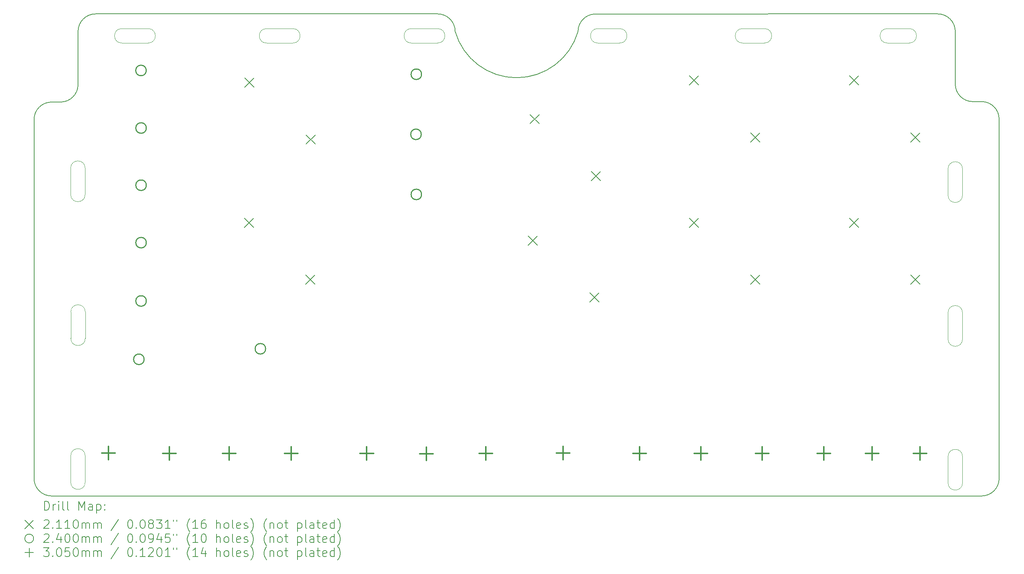
<source format=gbr>
%TF.GenerationSoftware,KiCad,Pcbnew,7.0.1-0*%
%TF.CreationDate,2023-10-01T21:07:36+01:00*%
%TF.ProjectId,12v-front-pcb,3132762d-6672-46f6-9e74-2d7063622e6b,rev?*%
%TF.SameCoordinates,Original*%
%TF.FileFunction,Drillmap*%
%TF.FilePolarity,Positive*%
%FSLAX45Y45*%
G04 Gerber Fmt 4.5, Leading zero omitted, Abs format (unit mm)*
G04 Created by KiCad (PCBNEW 7.0.1-0) date 2023-10-01 21:07:36*
%MOMM*%
%LPD*%
G01*
G04 APERTURE LIST*
%ADD10C,0.050000*%
%ADD11C,0.200000*%
%ADD12C,0.211000*%
%ADD13C,0.240000*%
%ADD14C,0.305000*%
G04 APERTURE END LIST*
D10*
X27365000Y-18003797D02*
G75*
G03*
X27035000Y-18003797I-165000J0D01*
G01*
X7037691Y-17985888D02*
X7037691Y-18585888D01*
D11*
X6200000Y-13595300D02*
X6200000Y-21784000D01*
D10*
X12100000Y-11849000D02*
G75*
G03*
X12100000Y-11519000I0J165000D01*
G01*
X19050000Y-11519000D02*
X19550000Y-11519000D01*
D11*
X19000000Y-11186000D02*
X26800000Y-11184000D01*
X27200000Y-11584000D02*
G75*
G03*
X26800000Y-11184000I-400000J0D01*
G01*
D10*
X7036297Y-21269184D02*
X7036297Y-21869184D01*
X27365000Y-18003797D02*
X27365000Y-18603797D01*
X19050000Y-11849000D02*
X19550000Y-11849000D01*
X11500000Y-11849000D02*
X12100000Y-11849000D01*
X27364767Y-14721795D02*
X27364767Y-15321795D01*
X8200000Y-11519000D02*
G75*
G03*
X8200000Y-11849000I0J-165000D01*
G01*
D11*
X6600000Y-13195300D02*
G75*
G03*
X6200000Y-13595300I0J-400000D01*
G01*
X6600000Y-13195300D02*
X6803440Y-13195300D01*
D10*
X27365000Y-21285000D02*
X27365000Y-21885000D01*
X8800000Y-11849000D02*
G75*
G03*
X8800000Y-11519000I0J165000D01*
G01*
D11*
X27200000Y-12785140D02*
G75*
G03*
X27600000Y-13185140I400000J0D01*
G01*
D10*
X22350000Y-11849000D02*
X22850000Y-11849000D01*
D11*
X28200000Y-13585140D02*
X28200000Y-21784000D01*
X19000000Y-11186000D02*
G75*
G03*
X18600000Y-11586000I0J-400000D01*
G01*
D10*
X8200000Y-11849000D02*
X8800000Y-11849000D01*
D11*
X27600000Y-13185140D02*
X27800000Y-13185140D01*
D10*
X7367691Y-17985888D02*
G75*
G03*
X7037691Y-17985888I-165000J0D01*
G01*
X7365000Y-14703961D02*
G75*
G03*
X7035000Y-14703961I-165000J0D01*
G01*
X22350000Y-11519000D02*
X22850000Y-11519000D01*
D11*
X27800000Y-22184000D02*
X6600000Y-22184000D01*
X7603440Y-11184000D02*
G75*
G03*
X7203440Y-11584000I0J-400000D01*
G01*
D10*
X11500000Y-11519000D02*
X12100000Y-11519000D01*
X26150000Y-11849000D02*
G75*
G03*
X26150000Y-11519000I0J165000D01*
G01*
X14800000Y-11519000D02*
X15400000Y-11519000D01*
X7036297Y-21869184D02*
G75*
G03*
X7366297Y-21869184I165000J0D01*
G01*
X27035000Y-21285000D02*
X27035000Y-21885000D01*
X7366297Y-21269184D02*
X7366297Y-21869184D01*
X27035000Y-18603797D02*
G75*
G03*
X27365000Y-18603797I165000J0D01*
G01*
X25650000Y-11849000D02*
X26150000Y-11849000D01*
D11*
X15799471Y-11584151D02*
G75*
G03*
X18600000Y-11586000I1400530J400935D01*
G01*
D10*
X7365000Y-14703961D02*
X7365000Y-15303961D01*
D11*
X7203440Y-12795300D02*
X7203440Y-11584000D01*
X6200000Y-21784000D02*
G75*
G03*
X6600000Y-22184000I400000J0D01*
G01*
D10*
X27365000Y-21285000D02*
G75*
G03*
X27035000Y-21285000I-165000J0D01*
G01*
X27364767Y-14721795D02*
G75*
G03*
X27034767Y-14721795I-165000J0D01*
G01*
X15400000Y-11849000D02*
G75*
G03*
X15400000Y-11519000I0J165000D01*
G01*
X19550000Y-11849000D02*
G75*
G03*
X19550000Y-11519000I0J165000D01*
G01*
X7035000Y-14703961D02*
X7035000Y-15303961D01*
X8200000Y-11519000D02*
X8800000Y-11519000D01*
X27034767Y-15321795D02*
G75*
G03*
X27364767Y-15321795I165000J0D01*
G01*
D11*
X6803440Y-13195300D02*
G75*
G03*
X7203440Y-12795300I0J400000D01*
G01*
D10*
X14800000Y-11849000D02*
X15400000Y-11849000D01*
D11*
X27800000Y-22184000D02*
G75*
G03*
X28200000Y-21784000I0J400000D01*
G01*
X15400000Y-11184000D02*
X7603440Y-11184000D01*
D10*
X27034767Y-14721795D02*
X27034767Y-15321795D01*
D11*
X27200000Y-11584000D02*
X27200000Y-12785140D01*
D10*
X27035000Y-18003797D02*
X27035000Y-18603797D01*
X22350000Y-11519000D02*
G75*
G03*
X22350000Y-11849000I0J-165000D01*
G01*
X22850000Y-11849000D02*
G75*
G03*
X22850000Y-11519000I0J165000D01*
G01*
D11*
X28200000Y-13585140D02*
G75*
G03*
X27800000Y-13185140I-400000J0D01*
G01*
D10*
X7037691Y-18585888D02*
G75*
G03*
X7367691Y-18585888I165000J0D01*
G01*
X27035000Y-21885000D02*
G75*
G03*
X27365000Y-21885000I165000J0D01*
G01*
X25650000Y-11519000D02*
X26150000Y-11519000D01*
X7367691Y-17985888D02*
X7367691Y-18585888D01*
X7035000Y-15303961D02*
G75*
G03*
X7365000Y-15303961I165000J0D01*
G01*
X14800000Y-11519000D02*
G75*
G03*
X14800000Y-11849000I0J-165000D01*
G01*
X7366297Y-21269184D02*
G75*
G03*
X7036297Y-21269184I-165000J0D01*
G01*
X11500000Y-11519000D02*
G75*
G03*
X11500000Y-11849000I0J-165000D01*
G01*
X19050000Y-11519000D02*
G75*
G03*
X19050000Y-11849000I0J-165000D01*
G01*
D11*
X15800000Y-11584000D02*
G75*
G03*
X15400000Y-11184000I-400000J0D01*
G01*
D10*
X25650000Y-11519000D02*
G75*
G03*
X25650000Y-11849000I0J-165000D01*
G01*
D11*
D12*
X10994300Y-15844500D02*
X11205300Y-16055500D01*
X11205300Y-15844500D02*
X10994300Y-16055500D01*
X11004500Y-12644500D02*
X11215500Y-12855500D01*
X11215500Y-12644500D02*
X11004500Y-12855500D01*
X12393300Y-17144500D02*
X12604300Y-17355500D01*
X12604300Y-17144500D02*
X12393300Y-17355500D01*
X12403500Y-13944500D02*
X12614500Y-14155500D01*
X12614500Y-13944500D02*
X12403500Y-14155500D01*
X17466933Y-16248261D02*
X17677933Y-16459261D01*
X17677933Y-16248261D02*
X17466933Y-16459261D01*
X17504500Y-13479136D02*
X17715500Y-13690136D01*
X17715500Y-13479136D02*
X17504500Y-13690136D01*
X18865933Y-17548262D02*
X19076933Y-17759262D01*
X19076933Y-17548262D02*
X18865933Y-17759262D01*
X18903500Y-14779136D02*
X19114500Y-14990136D01*
X19114500Y-14779136D02*
X18903500Y-14990136D01*
X21135500Y-12594500D02*
X21346500Y-12805500D01*
X21346500Y-12594500D02*
X21135500Y-12805500D01*
X21135500Y-15844500D02*
X21346500Y-16055500D01*
X21346500Y-15844500D02*
X21135500Y-16055500D01*
X22534500Y-13894500D02*
X22745500Y-14105500D01*
X22745500Y-13894500D02*
X22534500Y-14105500D01*
X22534500Y-17144500D02*
X22745500Y-17355500D01*
X22745500Y-17144500D02*
X22534500Y-17355500D01*
X24785500Y-12594500D02*
X24996500Y-12805500D01*
X24996500Y-12594500D02*
X24785500Y-12805500D01*
X24785500Y-15844500D02*
X24996500Y-16055500D01*
X24996500Y-15844500D02*
X24785500Y-16055500D01*
X26184500Y-13894500D02*
X26395500Y-14105500D01*
X26395500Y-13894500D02*
X26184500Y-14105500D01*
X26184500Y-17144500D02*
X26395500Y-17355500D01*
X26395500Y-17144500D02*
X26184500Y-17355500D01*
D13*
X8710200Y-19065780D02*
G75*
G03*
X8710200Y-19065780I-120000J0D01*
G01*
X8758213Y-12474756D02*
G75*
G03*
X8758213Y-12474756I-120000J0D01*
G01*
X8760000Y-13787660D02*
G75*
G03*
X8760000Y-13787660I-120000J0D01*
G01*
X8760000Y-15093434D02*
G75*
G03*
X8760000Y-15093434I-120000J0D01*
G01*
X8760000Y-16403860D02*
G75*
G03*
X8760000Y-16403860I-120000J0D01*
G01*
X8760000Y-17734820D02*
G75*
G03*
X8760000Y-17734820I-120000J0D01*
G01*
X11480000Y-18825000D02*
G75*
G03*
X11480000Y-18825000I-120000J0D01*
G01*
X15026820Y-13932440D02*
G75*
G03*
X15026820Y-13932440I-120000J0D01*
G01*
X15034440Y-12560840D02*
G75*
G03*
X15034440Y-12560840I-120000J0D01*
G01*
X15034440Y-15303360D02*
G75*
G03*
X15034440Y-15303360I-120000J0D01*
G01*
D14*
X7900000Y-21054980D02*
X7900000Y-21359980D01*
X7747500Y-21207480D02*
X8052500Y-21207480D01*
X9285000Y-21062600D02*
X9285000Y-21367600D01*
X9132500Y-21215100D02*
X9437500Y-21215100D01*
X10645764Y-21057500D02*
X10645764Y-21362500D01*
X10493264Y-21210000D02*
X10798264Y-21210000D01*
X12062917Y-21061460D02*
X12062917Y-21366460D01*
X11910417Y-21213960D02*
X12215417Y-21213960D01*
X13785000Y-21058597D02*
X13785000Y-21363597D01*
X13632500Y-21211097D02*
X13937500Y-21211097D01*
X15140189Y-21066917D02*
X15140189Y-21371917D01*
X14987689Y-21219417D02*
X15292689Y-21219417D01*
X16500000Y-21057500D02*
X16500000Y-21362500D01*
X16347500Y-21210000D02*
X16652500Y-21210000D01*
X18255741Y-21049204D02*
X18255741Y-21354204D01*
X18103241Y-21201704D02*
X18408241Y-21201704D01*
X20000000Y-21057500D02*
X20000000Y-21362500D01*
X19847500Y-21210000D02*
X20152500Y-21210000D01*
X21400000Y-21057500D02*
X21400000Y-21362500D01*
X21247500Y-21210000D02*
X21552500Y-21210000D01*
X22800000Y-21057500D02*
X22800000Y-21362500D01*
X22647500Y-21210000D02*
X22952500Y-21210000D01*
X24200000Y-21057500D02*
X24200000Y-21362500D01*
X24047500Y-21210000D02*
X24352500Y-21210000D01*
X25300000Y-21057500D02*
X25300000Y-21362500D01*
X25147500Y-21210000D02*
X25452500Y-21210000D01*
X26400000Y-21057500D02*
X26400000Y-21362500D01*
X26247500Y-21210000D02*
X26552500Y-21210000D01*
D11*
X6437619Y-22506524D02*
X6437619Y-22306524D01*
X6437619Y-22306524D02*
X6485238Y-22306524D01*
X6485238Y-22306524D02*
X6513809Y-22316048D01*
X6513809Y-22316048D02*
X6532857Y-22335095D01*
X6532857Y-22335095D02*
X6542381Y-22354143D01*
X6542381Y-22354143D02*
X6551905Y-22392238D01*
X6551905Y-22392238D02*
X6551905Y-22420809D01*
X6551905Y-22420809D02*
X6542381Y-22458905D01*
X6542381Y-22458905D02*
X6532857Y-22477952D01*
X6532857Y-22477952D02*
X6513809Y-22497000D01*
X6513809Y-22497000D02*
X6485238Y-22506524D01*
X6485238Y-22506524D02*
X6437619Y-22506524D01*
X6637619Y-22506524D02*
X6637619Y-22373190D01*
X6637619Y-22411286D02*
X6647143Y-22392238D01*
X6647143Y-22392238D02*
X6656667Y-22382714D01*
X6656667Y-22382714D02*
X6675714Y-22373190D01*
X6675714Y-22373190D02*
X6694762Y-22373190D01*
X6761428Y-22506524D02*
X6761428Y-22373190D01*
X6761428Y-22306524D02*
X6751905Y-22316048D01*
X6751905Y-22316048D02*
X6761428Y-22325571D01*
X6761428Y-22325571D02*
X6770952Y-22316048D01*
X6770952Y-22316048D02*
X6761428Y-22306524D01*
X6761428Y-22306524D02*
X6761428Y-22325571D01*
X6885238Y-22506524D02*
X6866190Y-22497000D01*
X6866190Y-22497000D02*
X6856667Y-22477952D01*
X6856667Y-22477952D02*
X6856667Y-22306524D01*
X6990000Y-22506524D02*
X6970952Y-22497000D01*
X6970952Y-22497000D02*
X6961428Y-22477952D01*
X6961428Y-22477952D02*
X6961428Y-22306524D01*
X7218571Y-22506524D02*
X7218571Y-22306524D01*
X7218571Y-22306524D02*
X7285238Y-22449381D01*
X7285238Y-22449381D02*
X7351905Y-22306524D01*
X7351905Y-22306524D02*
X7351905Y-22506524D01*
X7532857Y-22506524D02*
X7532857Y-22401762D01*
X7532857Y-22401762D02*
X7523333Y-22382714D01*
X7523333Y-22382714D02*
X7504286Y-22373190D01*
X7504286Y-22373190D02*
X7466190Y-22373190D01*
X7466190Y-22373190D02*
X7447143Y-22382714D01*
X7532857Y-22497000D02*
X7513809Y-22506524D01*
X7513809Y-22506524D02*
X7466190Y-22506524D01*
X7466190Y-22506524D02*
X7447143Y-22497000D01*
X7447143Y-22497000D02*
X7437619Y-22477952D01*
X7437619Y-22477952D02*
X7437619Y-22458905D01*
X7437619Y-22458905D02*
X7447143Y-22439857D01*
X7447143Y-22439857D02*
X7466190Y-22430333D01*
X7466190Y-22430333D02*
X7513809Y-22430333D01*
X7513809Y-22430333D02*
X7532857Y-22420809D01*
X7628095Y-22373190D02*
X7628095Y-22573190D01*
X7628095Y-22382714D02*
X7647143Y-22373190D01*
X7647143Y-22373190D02*
X7685238Y-22373190D01*
X7685238Y-22373190D02*
X7704286Y-22382714D01*
X7704286Y-22382714D02*
X7713809Y-22392238D01*
X7713809Y-22392238D02*
X7723333Y-22411286D01*
X7723333Y-22411286D02*
X7723333Y-22468428D01*
X7723333Y-22468428D02*
X7713809Y-22487476D01*
X7713809Y-22487476D02*
X7704286Y-22497000D01*
X7704286Y-22497000D02*
X7685238Y-22506524D01*
X7685238Y-22506524D02*
X7647143Y-22506524D01*
X7647143Y-22506524D02*
X7628095Y-22497000D01*
X7809048Y-22487476D02*
X7818571Y-22497000D01*
X7818571Y-22497000D02*
X7809048Y-22506524D01*
X7809048Y-22506524D02*
X7799524Y-22497000D01*
X7799524Y-22497000D02*
X7809048Y-22487476D01*
X7809048Y-22487476D02*
X7809048Y-22506524D01*
X7809048Y-22382714D02*
X7818571Y-22392238D01*
X7818571Y-22392238D02*
X7809048Y-22401762D01*
X7809048Y-22401762D02*
X7799524Y-22392238D01*
X7799524Y-22392238D02*
X7809048Y-22382714D01*
X7809048Y-22382714D02*
X7809048Y-22401762D01*
X5990000Y-22734000D02*
X6190000Y-22934000D01*
X6190000Y-22734000D02*
X5990000Y-22934000D01*
X6428095Y-22745571D02*
X6437619Y-22736048D01*
X6437619Y-22736048D02*
X6456667Y-22726524D01*
X6456667Y-22726524D02*
X6504286Y-22726524D01*
X6504286Y-22726524D02*
X6523333Y-22736048D01*
X6523333Y-22736048D02*
X6532857Y-22745571D01*
X6532857Y-22745571D02*
X6542381Y-22764619D01*
X6542381Y-22764619D02*
X6542381Y-22783667D01*
X6542381Y-22783667D02*
X6532857Y-22812238D01*
X6532857Y-22812238D02*
X6418571Y-22926524D01*
X6418571Y-22926524D02*
X6542381Y-22926524D01*
X6628095Y-22907476D02*
X6637619Y-22917000D01*
X6637619Y-22917000D02*
X6628095Y-22926524D01*
X6628095Y-22926524D02*
X6618571Y-22917000D01*
X6618571Y-22917000D02*
X6628095Y-22907476D01*
X6628095Y-22907476D02*
X6628095Y-22926524D01*
X6828095Y-22926524D02*
X6713809Y-22926524D01*
X6770952Y-22926524D02*
X6770952Y-22726524D01*
X6770952Y-22726524D02*
X6751905Y-22755095D01*
X6751905Y-22755095D02*
X6732857Y-22774143D01*
X6732857Y-22774143D02*
X6713809Y-22783667D01*
X7018571Y-22926524D02*
X6904286Y-22926524D01*
X6961428Y-22926524D02*
X6961428Y-22726524D01*
X6961428Y-22726524D02*
X6942381Y-22755095D01*
X6942381Y-22755095D02*
X6923333Y-22774143D01*
X6923333Y-22774143D02*
X6904286Y-22783667D01*
X7142381Y-22726524D02*
X7161429Y-22726524D01*
X7161429Y-22726524D02*
X7180476Y-22736048D01*
X7180476Y-22736048D02*
X7190000Y-22745571D01*
X7190000Y-22745571D02*
X7199524Y-22764619D01*
X7199524Y-22764619D02*
X7209048Y-22802714D01*
X7209048Y-22802714D02*
X7209048Y-22850333D01*
X7209048Y-22850333D02*
X7199524Y-22888428D01*
X7199524Y-22888428D02*
X7190000Y-22907476D01*
X7190000Y-22907476D02*
X7180476Y-22917000D01*
X7180476Y-22917000D02*
X7161429Y-22926524D01*
X7161429Y-22926524D02*
X7142381Y-22926524D01*
X7142381Y-22926524D02*
X7123333Y-22917000D01*
X7123333Y-22917000D02*
X7113809Y-22907476D01*
X7113809Y-22907476D02*
X7104286Y-22888428D01*
X7104286Y-22888428D02*
X7094762Y-22850333D01*
X7094762Y-22850333D02*
X7094762Y-22802714D01*
X7094762Y-22802714D02*
X7104286Y-22764619D01*
X7104286Y-22764619D02*
X7113809Y-22745571D01*
X7113809Y-22745571D02*
X7123333Y-22736048D01*
X7123333Y-22736048D02*
X7142381Y-22726524D01*
X7294762Y-22926524D02*
X7294762Y-22793190D01*
X7294762Y-22812238D02*
X7304286Y-22802714D01*
X7304286Y-22802714D02*
X7323333Y-22793190D01*
X7323333Y-22793190D02*
X7351905Y-22793190D01*
X7351905Y-22793190D02*
X7370952Y-22802714D01*
X7370952Y-22802714D02*
X7380476Y-22821762D01*
X7380476Y-22821762D02*
X7380476Y-22926524D01*
X7380476Y-22821762D02*
X7390000Y-22802714D01*
X7390000Y-22802714D02*
X7409048Y-22793190D01*
X7409048Y-22793190D02*
X7437619Y-22793190D01*
X7437619Y-22793190D02*
X7456667Y-22802714D01*
X7456667Y-22802714D02*
X7466190Y-22821762D01*
X7466190Y-22821762D02*
X7466190Y-22926524D01*
X7561429Y-22926524D02*
X7561429Y-22793190D01*
X7561429Y-22812238D02*
X7570952Y-22802714D01*
X7570952Y-22802714D02*
X7590000Y-22793190D01*
X7590000Y-22793190D02*
X7618571Y-22793190D01*
X7618571Y-22793190D02*
X7637619Y-22802714D01*
X7637619Y-22802714D02*
X7647143Y-22821762D01*
X7647143Y-22821762D02*
X7647143Y-22926524D01*
X7647143Y-22821762D02*
X7656667Y-22802714D01*
X7656667Y-22802714D02*
X7675714Y-22793190D01*
X7675714Y-22793190D02*
X7704286Y-22793190D01*
X7704286Y-22793190D02*
X7723333Y-22802714D01*
X7723333Y-22802714D02*
X7732857Y-22821762D01*
X7732857Y-22821762D02*
X7732857Y-22926524D01*
X8123333Y-22717000D02*
X7951905Y-22974143D01*
X8380476Y-22726524D02*
X8399524Y-22726524D01*
X8399524Y-22726524D02*
X8418572Y-22736048D01*
X8418572Y-22736048D02*
X8428095Y-22745571D01*
X8428095Y-22745571D02*
X8437619Y-22764619D01*
X8437619Y-22764619D02*
X8447143Y-22802714D01*
X8447143Y-22802714D02*
X8447143Y-22850333D01*
X8447143Y-22850333D02*
X8437619Y-22888428D01*
X8437619Y-22888428D02*
X8428095Y-22907476D01*
X8428095Y-22907476D02*
X8418572Y-22917000D01*
X8418572Y-22917000D02*
X8399524Y-22926524D01*
X8399524Y-22926524D02*
X8380476Y-22926524D01*
X8380476Y-22926524D02*
X8361429Y-22917000D01*
X8361429Y-22917000D02*
X8351905Y-22907476D01*
X8351905Y-22907476D02*
X8342381Y-22888428D01*
X8342381Y-22888428D02*
X8332857Y-22850333D01*
X8332857Y-22850333D02*
X8332857Y-22802714D01*
X8332857Y-22802714D02*
X8342381Y-22764619D01*
X8342381Y-22764619D02*
X8351905Y-22745571D01*
X8351905Y-22745571D02*
X8361429Y-22736048D01*
X8361429Y-22736048D02*
X8380476Y-22726524D01*
X8532857Y-22907476D02*
X8542381Y-22917000D01*
X8542381Y-22917000D02*
X8532857Y-22926524D01*
X8532857Y-22926524D02*
X8523334Y-22917000D01*
X8523334Y-22917000D02*
X8532857Y-22907476D01*
X8532857Y-22907476D02*
X8532857Y-22926524D01*
X8666191Y-22726524D02*
X8685238Y-22726524D01*
X8685238Y-22726524D02*
X8704286Y-22736048D01*
X8704286Y-22736048D02*
X8713810Y-22745571D01*
X8713810Y-22745571D02*
X8723334Y-22764619D01*
X8723334Y-22764619D02*
X8732857Y-22802714D01*
X8732857Y-22802714D02*
X8732857Y-22850333D01*
X8732857Y-22850333D02*
X8723334Y-22888428D01*
X8723334Y-22888428D02*
X8713810Y-22907476D01*
X8713810Y-22907476D02*
X8704286Y-22917000D01*
X8704286Y-22917000D02*
X8685238Y-22926524D01*
X8685238Y-22926524D02*
X8666191Y-22926524D01*
X8666191Y-22926524D02*
X8647143Y-22917000D01*
X8647143Y-22917000D02*
X8637619Y-22907476D01*
X8637619Y-22907476D02*
X8628095Y-22888428D01*
X8628095Y-22888428D02*
X8618572Y-22850333D01*
X8618572Y-22850333D02*
X8618572Y-22802714D01*
X8618572Y-22802714D02*
X8628095Y-22764619D01*
X8628095Y-22764619D02*
X8637619Y-22745571D01*
X8637619Y-22745571D02*
X8647143Y-22736048D01*
X8647143Y-22736048D02*
X8666191Y-22726524D01*
X8847143Y-22812238D02*
X8828095Y-22802714D01*
X8828095Y-22802714D02*
X8818572Y-22793190D01*
X8818572Y-22793190D02*
X8809048Y-22774143D01*
X8809048Y-22774143D02*
X8809048Y-22764619D01*
X8809048Y-22764619D02*
X8818572Y-22745571D01*
X8818572Y-22745571D02*
X8828095Y-22736048D01*
X8828095Y-22736048D02*
X8847143Y-22726524D01*
X8847143Y-22726524D02*
X8885238Y-22726524D01*
X8885238Y-22726524D02*
X8904286Y-22736048D01*
X8904286Y-22736048D02*
X8913810Y-22745571D01*
X8913810Y-22745571D02*
X8923334Y-22764619D01*
X8923334Y-22764619D02*
X8923334Y-22774143D01*
X8923334Y-22774143D02*
X8913810Y-22793190D01*
X8913810Y-22793190D02*
X8904286Y-22802714D01*
X8904286Y-22802714D02*
X8885238Y-22812238D01*
X8885238Y-22812238D02*
X8847143Y-22812238D01*
X8847143Y-22812238D02*
X8828095Y-22821762D01*
X8828095Y-22821762D02*
X8818572Y-22831286D01*
X8818572Y-22831286D02*
X8809048Y-22850333D01*
X8809048Y-22850333D02*
X8809048Y-22888428D01*
X8809048Y-22888428D02*
X8818572Y-22907476D01*
X8818572Y-22907476D02*
X8828095Y-22917000D01*
X8828095Y-22917000D02*
X8847143Y-22926524D01*
X8847143Y-22926524D02*
X8885238Y-22926524D01*
X8885238Y-22926524D02*
X8904286Y-22917000D01*
X8904286Y-22917000D02*
X8913810Y-22907476D01*
X8913810Y-22907476D02*
X8923334Y-22888428D01*
X8923334Y-22888428D02*
X8923334Y-22850333D01*
X8923334Y-22850333D02*
X8913810Y-22831286D01*
X8913810Y-22831286D02*
X8904286Y-22821762D01*
X8904286Y-22821762D02*
X8885238Y-22812238D01*
X8990000Y-22726524D02*
X9113810Y-22726524D01*
X9113810Y-22726524D02*
X9047143Y-22802714D01*
X9047143Y-22802714D02*
X9075715Y-22802714D01*
X9075715Y-22802714D02*
X9094762Y-22812238D01*
X9094762Y-22812238D02*
X9104286Y-22821762D01*
X9104286Y-22821762D02*
X9113810Y-22840809D01*
X9113810Y-22840809D02*
X9113810Y-22888428D01*
X9113810Y-22888428D02*
X9104286Y-22907476D01*
X9104286Y-22907476D02*
X9094762Y-22917000D01*
X9094762Y-22917000D02*
X9075715Y-22926524D01*
X9075715Y-22926524D02*
X9018572Y-22926524D01*
X9018572Y-22926524D02*
X8999524Y-22917000D01*
X8999524Y-22917000D02*
X8990000Y-22907476D01*
X9304286Y-22926524D02*
X9190000Y-22926524D01*
X9247143Y-22926524D02*
X9247143Y-22726524D01*
X9247143Y-22726524D02*
X9228095Y-22755095D01*
X9228095Y-22755095D02*
X9209048Y-22774143D01*
X9209048Y-22774143D02*
X9190000Y-22783667D01*
X9380476Y-22726524D02*
X9380476Y-22764619D01*
X9456667Y-22726524D02*
X9456667Y-22764619D01*
X9751905Y-23002714D02*
X9742381Y-22993190D01*
X9742381Y-22993190D02*
X9723334Y-22964619D01*
X9723334Y-22964619D02*
X9713810Y-22945571D01*
X9713810Y-22945571D02*
X9704286Y-22917000D01*
X9704286Y-22917000D02*
X9694762Y-22869381D01*
X9694762Y-22869381D02*
X9694762Y-22831286D01*
X9694762Y-22831286D02*
X9704286Y-22783667D01*
X9704286Y-22783667D02*
X9713810Y-22755095D01*
X9713810Y-22755095D02*
X9723334Y-22736048D01*
X9723334Y-22736048D02*
X9742381Y-22707476D01*
X9742381Y-22707476D02*
X9751905Y-22697952D01*
X9932857Y-22926524D02*
X9818572Y-22926524D01*
X9875715Y-22926524D02*
X9875715Y-22726524D01*
X9875715Y-22726524D02*
X9856667Y-22755095D01*
X9856667Y-22755095D02*
X9837619Y-22774143D01*
X9837619Y-22774143D02*
X9818572Y-22783667D01*
X10104286Y-22726524D02*
X10066191Y-22726524D01*
X10066191Y-22726524D02*
X10047143Y-22736048D01*
X10047143Y-22736048D02*
X10037619Y-22745571D01*
X10037619Y-22745571D02*
X10018572Y-22774143D01*
X10018572Y-22774143D02*
X10009048Y-22812238D01*
X10009048Y-22812238D02*
X10009048Y-22888428D01*
X10009048Y-22888428D02*
X10018572Y-22907476D01*
X10018572Y-22907476D02*
X10028096Y-22917000D01*
X10028096Y-22917000D02*
X10047143Y-22926524D01*
X10047143Y-22926524D02*
X10085238Y-22926524D01*
X10085238Y-22926524D02*
X10104286Y-22917000D01*
X10104286Y-22917000D02*
X10113810Y-22907476D01*
X10113810Y-22907476D02*
X10123334Y-22888428D01*
X10123334Y-22888428D02*
X10123334Y-22840809D01*
X10123334Y-22840809D02*
X10113810Y-22821762D01*
X10113810Y-22821762D02*
X10104286Y-22812238D01*
X10104286Y-22812238D02*
X10085238Y-22802714D01*
X10085238Y-22802714D02*
X10047143Y-22802714D01*
X10047143Y-22802714D02*
X10028096Y-22812238D01*
X10028096Y-22812238D02*
X10018572Y-22821762D01*
X10018572Y-22821762D02*
X10009048Y-22840809D01*
X10361429Y-22926524D02*
X10361429Y-22726524D01*
X10447143Y-22926524D02*
X10447143Y-22821762D01*
X10447143Y-22821762D02*
X10437619Y-22802714D01*
X10437619Y-22802714D02*
X10418572Y-22793190D01*
X10418572Y-22793190D02*
X10390000Y-22793190D01*
X10390000Y-22793190D02*
X10370953Y-22802714D01*
X10370953Y-22802714D02*
X10361429Y-22812238D01*
X10570953Y-22926524D02*
X10551905Y-22917000D01*
X10551905Y-22917000D02*
X10542381Y-22907476D01*
X10542381Y-22907476D02*
X10532858Y-22888428D01*
X10532858Y-22888428D02*
X10532858Y-22831286D01*
X10532858Y-22831286D02*
X10542381Y-22812238D01*
X10542381Y-22812238D02*
X10551905Y-22802714D01*
X10551905Y-22802714D02*
X10570953Y-22793190D01*
X10570953Y-22793190D02*
X10599524Y-22793190D01*
X10599524Y-22793190D02*
X10618572Y-22802714D01*
X10618572Y-22802714D02*
X10628096Y-22812238D01*
X10628096Y-22812238D02*
X10637619Y-22831286D01*
X10637619Y-22831286D02*
X10637619Y-22888428D01*
X10637619Y-22888428D02*
X10628096Y-22907476D01*
X10628096Y-22907476D02*
X10618572Y-22917000D01*
X10618572Y-22917000D02*
X10599524Y-22926524D01*
X10599524Y-22926524D02*
X10570953Y-22926524D01*
X10751905Y-22926524D02*
X10732858Y-22917000D01*
X10732858Y-22917000D02*
X10723334Y-22897952D01*
X10723334Y-22897952D02*
X10723334Y-22726524D01*
X10904286Y-22917000D02*
X10885239Y-22926524D01*
X10885239Y-22926524D02*
X10847143Y-22926524D01*
X10847143Y-22926524D02*
X10828096Y-22917000D01*
X10828096Y-22917000D02*
X10818572Y-22897952D01*
X10818572Y-22897952D02*
X10818572Y-22821762D01*
X10818572Y-22821762D02*
X10828096Y-22802714D01*
X10828096Y-22802714D02*
X10847143Y-22793190D01*
X10847143Y-22793190D02*
X10885239Y-22793190D01*
X10885239Y-22793190D02*
X10904286Y-22802714D01*
X10904286Y-22802714D02*
X10913810Y-22821762D01*
X10913810Y-22821762D02*
X10913810Y-22840809D01*
X10913810Y-22840809D02*
X10818572Y-22859857D01*
X10990000Y-22917000D02*
X11009048Y-22926524D01*
X11009048Y-22926524D02*
X11047143Y-22926524D01*
X11047143Y-22926524D02*
X11066191Y-22917000D01*
X11066191Y-22917000D02*
X11075715Y-22897952D01*
X11075715Y-22897952D02*
X11075715Y-22888428D01*
X11075715Y-22888428D02*
X11066191Y-22869381D01*
X11066191Y-22869381D02*
X11047143Y-22859857D01*
X11047143Y-22859857D02*
X11018572Y-22859857D01*
X11018572Y-22859857D02*
X10999524Y-22850333D01*
X10999524Y-22850333D02*
X10990000Y-22831286D01*
X10990000Y-22831286D02*
X10990000Y-22821762D01*
X10990000Y-22821762D02*
X10999524Y-22802714D01*
X10999524Y-22802714D02*
X11018572Y-22793190D01*
X11018572Y-22793190D02*
X11047143Y-22793190D01*
X11047143Y-22793190D02*
X11066191Y-22802714D01*
X11142381Y-23002714D02*
X11151905Y-22993190D01*
X11151905Y-22993190D02*
X11170953Y-22964619D01*
X11170953Y-22964619D02*
X11180477Y-22945571D01*
X11180477Y-22945571D02*
X11190000Y-22917000D01*
X11190000Y-22917000D02*
X11199524Y-22869381D01*
X11199524Y-22869381D02*
X11199524Y-22831286D01*
X11199524Y-22831286D02*
X11190000Y-22783667D01*
X11190000Y-22783667D02*
X11180477Y-22755095D01*
X11180477Y-22755095D02*
X11170953Y-22736048D01*
X11170953Y-22736048D02*
X11151905Y-22707476D01*
X11151905Y-22707476D02*
X11142381Y-22697952D01*
X11504286Y-23002714D02*
X11494762Y-22993190D01*
X11494762Y-22993190D02*
X11475715Y-22964619D01*
X11475715Y-22964619D02*
X11466191Y-22945571D01*
X11466191Y-22945571D02*
X11456667Y-22917000D01*
X11456667Y-22917000D02*
X11447143Y-22869381D01*
X11447143Y-22869381D02*
X11447143Y-22831286D01*
X11447143Y-22831286D02*
X11456667Y-22783667D01*
X11456667Y-22783667D02*
X11466191Y-22755095D01*
X11466191Y-22755095D02*
X11475715Y-22736048D01*
X11475715Y-22736048D02*
X11494762Y-22707476D01*
X11494762Y-22707476D02*
X11504286Y-22697952D01*
X11580477Y-22793190D02*
X11580477Y-22926524D01*
X11580477Y-22812238D02*
X11590000Y-22802714D01*
X11590000Y-22802714D02*
X11609048Y-22793190D01*
X11609048Y-22793190D02*
X11637619Y-22793190D01*
X11637619Y-22793190D02*
X11656667Y-22802714D01*
X11656667Y-22802714D02*
X11666191Y-22821762D01*
X11666191Y-22821762D02*
X11666191Y-22926524D01*
X11790000Y-22926524D02*
X11770953Y-22917000D01*
X11770953Y-22917000D02*
X11761429Y-22907476D01*
X11761429Y-22907476D02*
X11751905Y-22888428D01*
X11751905Y-22888428D02*
X11751905Y-22831286D01*
X11751905Y-22831286D02*
X11761429Y-22812238D01*
X11761429Y-22812238D02*
X11770953Y-22802714D01*
X11770953Y-22802714D02*
X11790000Y-22793190D01*
X11790000Y-22793190D02*
X11818572Y-22793190D01*
X11818572Y-22793190D02*
X11837619Y-22802714D01*
X11837619Y-22802714D02*
X11847143Y-22812238D01*
X11847143Y-22812238D02*
X11856667Y-22831286D01*
X11856667Y-22831286D02*
X11856667Y-22888428D01*
X11856667Y-22888428D02*
X11847143Y-22907476D01*
X11847143Y-22907476D02*
X11837619Y-22917000D01*
X11837619Y-22917000D02*
X11818572Y-22926524D01*
X11818572Y-22926524D02*
X11790000Y-22926524D01*
X11913810Y-22793190D02*
X11990000Y-22793190D01*
X11942381Y-22726524D02*
X11942381Y-22897952D01*
X11942381Y-22897952D02*
X11951905Y-22917000D01*
X11951905Y-22917000D02*
X11970953Y-22926524D01*
X11970953Y-22926524D02*
X11990000Y-22926524D01*
X12209048Y-22793190D02*
X12209048Y-22993190D01*
X12209048Y-22802714D02*
X12228096Y-22793190D01*
X12228096Y-22793190D02*
X12266191Y-22793190D01*
X12266191Y-22793190D02*
X12285239Y-22802714D01*
X12285239Y-22802714D02*
X12294762Y-22812238D01*
X12294762Y-22812238D02*
X12304286Y-22831286D01*
X12304286Y-22831286D02*
X12304286Y-22888428D01*
X12304286Y-22888428D02*
X12294762Y-22907476D01*
X12294762Y-22907476D02*
X12285239Y-22917000D01*
X12285239Y-22917000D02*
X12266191Y-22926524D01*
X12266191Y-22926524D02*
X12228096Y-22926524D01*
X12228096Y-22926524D02*
X12209048Y-22917000D01*
X12418572Y-22926524D02*
X12399524Y-22917000D01*
X12399524Y-22917000D02*
X12390000Y-22897952D01*
X12390000Y-22897952D02*
X12390000Y-22726524D01*
X12580477Y-22926524D02*
X12580477Y-22821762D01*
X12580477Y-22821762D02*
X12570953Y-22802714D01*
X12570953Y-22802714D02*
X12551905Y-22793190D01*
X12551905Y-22793190D02*
X12513810Y-22793190D01*
X12513810Y-22793190D02*
X12494762Y-22802714D01*
X12580477Y-22917000D02*
X12561429Y-22926524D01*
X12561429Y-22926524D02*
X12513810Y-22926524D01*
X12513810Y-22926524D02*
X12494762Y-22917000D01*
X12494762Y-22917000D02*
X12485239Y-22897952D01*
X12485239Y-22897952D02*
X12485239Y-22878905D01*
X12485239Y-22878905D02*
X12494762Y-22859857D01*
X12494762Y-22859857D02*
X12513810Y-22850333D01*
X12513810Y-22850333D02*
X12561429Y-22850333D01*
X12561429Y-22850333D02*
X12580477Y-22840809D01*
X12647143Y-22793190D02*
X12723334Y-22793190D01*
X12675715Y-22726524D02*
X12675715Y-22897952D01*
X12675715Y-22897952D02*
X12685239Y-22917000D01*
X12685239Y-22917000D02*
X12704286Y-22926524D01*
X12704286Y-22926524D02*
X12723334Y-22926524D01*
X12866191Y-22917000D02*
X12847143Y-22926524D01*
X12847143Y-22926524D02*
X12809048Y-22926524D01*
X12809048Y-22926524D02*
X12790000Y-22917000D01*
X12790000Y-22917000D02*
X12780477Y-22897952D01*
X12780477Y-22897952D02*
X12780477Y-22821762D01*
X12780477Y-22821762D02*
X12790000Y-22802714D01*
X12790000Y-22802714D02*
X12809048Y-22793190D01*
X12809048Y-22793190D02*
X12847143Y-22793190D01*
X12847143Y-22793190D02*
X12866191Y-22802714D01*
X12866191Y-22802714D02*
X12875715Y-22821762D01*
X12875715Y-22821762D02*
X12875715Y-22840809D01*
X12875715Y-22840809D02*
X12780477Y-22859857D01*
X13047143Y-22926524D02*
X13047143Y-22726524D01*
X13047143Y-22917000D02*
X13028096Y-22926524D01*
X13028096Y-22926524D02*
X12990000Y-22926524D01*
X12990000Y-22926524D02*
X12970953Y-22917000D01*
X12970953Y-22917000D02*
X12961429Y-22907476D01*
X12961429Y-22907476D02*
X12951905Y-22888428D01*
X12951905Y-22888428D02*
X12951905Y-22831286D01*
X12951905Y-22831286D02*
X12961429Y-22812238D01*
X12961429Y-22812238D02*
X12970953Y-22802714D01*
X12970953Y-22802714D02*
X12990000Y-22793190D01*
X12990000Y-22793190D02*
X13028096Y-22793190D01*
X13028096Y-22793190D02*
X13047143Y-22802714D01*
X13123334Y-23002714D02*
X13132858Y-22993190D01*
X13132858Y-22993190D02*
X13151905Y-22964619D01*
X13151905Y-22964619D02*
X13161429Y-22945571D01*
X13161429Y-22945571D02*
X13170953Y-22917000D01*
X13170953Y-22917000D02*
X13180477Y-22869381D01*
X13180477Y-22869381D02*
X13180477Y-22831286D01*
X13180477Y-22831286D02*
X13170953Y-22783667D01*
X13170953Y-22783667D02*
X13161429Y-22755095D01*
X13161429Y-22755095D02*
X13151905Y-22736048D01*
X13151905Y-22736048D02*
X13132858Y-22707476D01*
X13132858Y-22707476D02*
X13123334Y-22697952D01*
X6190000Y-23154000D02*
G75*
G03*
X6190000Y-23154000I-100000J0D01*
G01*
X6428095Y-23065571D02*
X6437619Y-23056048D01*
X6437619Y-23056048D02*
X6456667Y-23046524D01*
X6456667Y-23046524D02*
X6504286Y-23046524D01*
X6504286Y-23046524D02*
X6523333Y-23056048D01*
X6523333Y-23056048D02*
X6532857Y-23065571D01*
X6532857Y-23065571D02*
X6542381Y-23084619D01*
X6542381Y-23084619D02*
X6542381Y-23103667D01*
X6542381Y-23103667D02*
X6532857Y-23132238D01*
X6532857Y-23132238D02*
X6418571Y-23246524D01*
X6418571Y-23246524D02*
X6542381Y-23246524D01*
X6628095Y-23227476D02*
X6637619Y-23237000D01*
X6637619Y-23237000D02*
X6628095Y-23246524D01*
X6628095Y-23246524D02*
X6618571Y-23237000D01*
X6618571Y-23237000D02*
X6628095Y-23227476D01*
X6628095Y-23227476D02*
X6628095Y-23246524D01*
X6809048Y-23113190D02*
X6809048Y-23246524D01*
X6761428Y-23037000D02*
X6713809Y-23179857D01*
X6713809Y-23179857D02*
X6837619Y-23179857D01*
X6951905Y-23046524D02*
X6970952Y-23046524D01*
X6970952Y-23046524D02*
X6990000Y-23056048D01*
X6990000Y-23056048D02*
X6999524Y-23065571D01*
X6999524Y-23065571D02*
X7009048Y-23084619D01*
X7009048Y-23084619D02*
X7018571Y-23122714D01*
X7018571Y-23122714D02*
X7018571Y-23170333D01*
X7018571Y-23170333D02*
X7009048Y-23208428D01*
X7009048Y-23208428D02*
X6999524Y-23227476D01*
X6999524Y-23227476D02*
X6990000Y-23237000D01*
X6990000Y-23237000D02*
X6970952Y-23246524D01*
X6970952Y-23246524D02*
X6951905Y-23246524D01*
X6951905Y-23246524D02*
X6932857Y-23237000D01*
X6932857Y-23237000D02*
X6923333Y-23227476D01*
X6923333Y-23227476D02*
X6913809Y-23208428D01*
X6913809Y-23208428D02*
X6904286Y-23170333D01*
X6904286Y-23170333D02*
X6904286Y-23122714D01*
X6904286Y-23122714D02*
X6913809Y-23084619D01*
X6913809Y-23084619D02*
X6923333Y-23065571D01*
X6923333Y-23065571D02*
X6932857Y-23056048D01*
X6932857Y-23056048D02*
X6951905Y-23046524D01*
X7142381Y-23046524D02*
X7161429Y-23046524D01*
X7161429Y-23046524D02*
X7180476Y-23056048D01*
X7180476Y-23056048D02*
X7190000Y-23065571D01*
X7190000Y-23065571D02*
X7199524Y-23084619D01*
X7199524Y-23084619D02*
X7209048Y-23122714D01*
X7209048Y-23122714D02*
X7209048Y-23170333D01*
X7209048Y-23170333D02*
X7199524Y-23208428D01*
X7199524Y-23208428D02*
X7190000Y-23227476D01*
X7190000Y-23227476D02*
X7180476Y-23237000D01*
X7180476Y-23237000D02*
X7161429Y-23246524D01*
X7161429Y-23246524D02*
X7142381Y-23246524D01*
X7142381Y-23246524D02*
X7123333Y-23237000D01*
X7123333Y-23237000D02*
X7113809Y-23227476D01*
X7113809Y-23227476D02*
X7104286Y-23208428D01*
X7104286Y-23208428D02*
X7094762Y-23170333D01*
X7094762Y-23170333D02*
X7094762Y-23122714D01*
X7094762Y-23122714D02*
X7104286Y-23084619D01*
X7104286Y-23084619D02*
X7113809Y-23065571D01*
X7113809Y-23065571D02*
X7123333Y-23056048D01*
X7123333Y-23056048D02*
X7142381Y-23046524D01*
X7294762Y-23246524D02*
X7294762Y-23113190D01*
X7294762Y-23132238D02*
X7304286Y-23122714D01*
X7304286Y-23122714D02*
X7323333Y-23113190D01*
X7323333Y-23113190D02*
X7351905Y-23113190D01*
X7351905Y-23113190D02*
X7370952Y-23122714D01*
X7370952Y-23122714D02*
X7380476Y-23141762D01*
X7380476Y-23141762D02*
X7380476Y-23246524D01*
X7380476Y-23141762D02*
X7390000Y-23122714D01*
X7390000Y-23122714D02*
X7409048Y-23113190D01*
X7409048Y-23113190D02*
X7437619Y-23113190D01*
X7437619Y-23113190D02*
X7456667Y-23122714D01*
X7456667Y-23122714D02*
X7466190Y-23141762D01*
X7466190Y-23141762D02*
X7466190Y-23246524D01*
X7561429Y-23246524D02*
X7561429Y-23113190D01*
X7561429Y-23132238D02*
X7570952Y-23122714D01*
X7570952Y-23122714D02*
X7590000Y-23113190D01*
X7590000Y-23113190D02*
X7618571Y-23113190D01*
X7618571Y-23113190D02*
X7637619Y-23122714D01*
X7637619Y-23122714D02*
X7647143Y-23141762D01*
X7647143Y-23141762D02*
X7647143Y-23246524D01*
X7647143Y-23141762D02*
X7656667Y-23122714D01*
X7656667Y-23122714D02*
X7675714Y-23113190D01*
X7675714Y-23113190D02*
X7704286Y-23113190D01*
X7704286Y-23113190D02*
X7723333Y-23122714D01*
X7723333Y-23122714D02*
X7732857Y-23141762D01*
X7732857Y-23141762D02*
X7732857Y-23246524D01*
X8123333Y-23037000D02*
X7951905Y-23294143D01*
X8380476Y-23046524D02*
X8399524Y-23046524D01*
X8399524Y-23046524D02*
X8418572Y-23056048D01*
X8418572Y-23056048D02*
X8428095Y-23065571D01*
X8428095Y-23065571D02*
X8437619Y-23084619D01*
X8437619Y-23084619D02*
X8447143Y-23122714D01*
X8447143Y-23122714D02*
X8447143Y-23170333D01*
X8447143Y-23170333D02*
X8437619Y-23208428D01*
X8437619Y-23208428D02*
X8428095Y-23227476D01*
X8428095Y-23227476D02*
X8418572Y-23237000D01*
X8418572Y-23237000D02*
X8399524Y-23246524D01*
X8399524Y-23246524D02*
X8380476Y-23246524D01*
X8380476Y-23246524D02*
X8361429Y-23237000D01*
X8361429Y-23237000D02*
X8351905Y-23227476D01*
X8351905Y-23227476D02*
X8342381Y-23208428D01*
X8342381Y-23208428D02*
X8332857Y-23170333D01*
X8332857Y-23170333D02*
X8332857Y-23122714D01*
X8332857Y-23122714D02*
X8342381Y-23084619D01*
X8342381Y-23084619D02*
X8351905Y-23065571D01*
X8351905Y-23065571D02*
X8361429Y-23056048D01*
X8361429Y-23056048D02*
X8380476Y-23046524D01*
X8532857Y-23227476D02*
X8542381Y-23237000D01*
X8542381Y-23237000D02*
X8532857Y-23246524D01*
X8532857Y-23246524D02*
X8523334Y-23237000D01*
X8523334Y-23237000D02*
X8532857Y-23227476D01*
X8532857Y-23227476D02*
X8532857Y-23246524D01*
X8666191Y-23046524D02*
X8685238Y-23046524D01*
X8685238Y-23046524D02*
X8704286Y-23056048D01*
X8704286Y-23056048D02*
X8713810Y-23065571D01*
X8713810Y-23065571D02*
X8723334Y-23084619D01*
X8723334Y-23084619D02*
X8732857Y-23122714D01*
X8732857Y-23122714D02*
X8732857Y-23170333D01*
X8732857Y-23170333D02*
X8723334Y-23208428D01*
X8723334Y-23208428D02*
X8713810Y-23227476D01*
X8713810Y-23227476D02*
X8704286Y-23237000D01*
X8704286Y-23237000D02*
X8685238Y-23246524D01*
X8685238Y-23246524D02*
X8666191Y-23246524D01*
X8666191Y-23246524D02*
X8647143Y-23237000D01*
X8647143Y-23237000D02*
X8637619Y-23227476D01*
X8637619Y-23227476D02*
X8628095Y-23208428D01*
X8628095Y-23208428D02*
X8618572Y-23170333D01*
X8618572Y-23170333D02*
X8618572Y-23122714D01*
X8618572Y-23122714D02*
X8628095Y-23084619D01*
X8628095Y-23084619D02*
X8637619Y-23065571D01*
X8637619Y-23065571D02*
X8647143Y-23056048D01*
X8647143Y-23056048D02*
X8666191Y-23046524D01*
X8828095Y-23246524D02*
X8866191Y-23246524D01*
X8866191Y-23246524D02*
X8885238Y-23237000D01*
X8885238Y-23237000D02*
X8894762Y-23227476D01*
X8894762Y-23227476D02*
X8913810Y-23198905D01*
X8913810Y-23198905D02*
X8923334Y-23160809D01*
X8923334Y-23160809D02*
X8923334Y-23084619D01*
X8923334Y-23084619D02*
X8913810Y-23065571D01*
X8913810Y-23065571D02*
X8904286Y-23056048D01*
X8904286Y-23056048D02*
X8885238Y-23046524D01*
X8885238Y-23046524D02*
X8847143Y-23046524D01*
X8847143Y-23046524D02*
X8828095Y-23056048D01*
X8828095Y-23056048D02*
X8818572Y-23065571D01*
X8818572Y-23065571D02*
X8809048Y-23084619D01*
X8809048Y-23084619D02*
X8809048Y-23132238D01*
X8809048Y-23132238D02*
X8818572Y-23151286D01*
X8818572Y-23151286D02*
X8828095Y-23160809D01*
X8828095Y-23160809D02*
X8847143Y-23170333D01*
X8847143Y-23170333D02*
X8885238Y-23170333D01*
X8885238Y-23170333D02*
X8904286Y-23160809D01*
X8904286Y-23160809D02*
X8913810Y-23151286D01*
X8913810Y-23151286D02*
X8923334Y-23132238D01*
X9094762Y-23113190D02*
X9094762Y-23246524D01*
X9047143Y-23037000D02*
X8999524Y-23179857D01*
X8999524Y-23179857D02*
X9123334Y-23179857D01*
X9294762Y-23046524D02*
X9199524Y-23046524D01*
X9199524Y-23046524D02*
X9190000Y-23141762D01*
X9190000Y-23141762D02*
X9199524Y-23132238D01*
X9199524Y-23132238D02*
X9218572Y-23122714D01*
X9218572Y-23122714D02*
X9266191Y-23122714D01*
X9266191Y-23122714D02*
X9285238Y-23132238D01*
X9285238Y-23132238D02*
X9294762Y-23141762D01*
X9294762Y-23141762D02*
X9304286Y-23160809D01*
X9304286Y-23160809D02*
X9304286Y-23208428D01*
X9304286Y-23208428D02*
X9294762Y-23227476D01*
X9294762Y-23227476D02*
X9285238Y-23237000D01*
X9285238Y-23237000D02*
X9266191Y-23246524D01*
X9266191Y-23246524D02*
X9218572Y-23246524D01*
X9218572Y-23246524D02*
X9199524Y-23237000D01*
X9199524Y-23237000D02*
X9190000Y-23227476D01*
X9380476Y-23046524D02*
X9380476Y-23084619D01*
X9456667Y-23046524D02*
X9456667Y-23084619D01*
X9751905Y-23322714D02*
X9742381Y-23313190D01*
X9742381Y-23313190D02*
X9723334Y-23284619D01*
X9723334Y-23284619D02*
X9713810Y-23265571D01*
X9713810Y-23265571D02*
X9704286Y-23237000D01*
X9704286Y-23237000D02*
X9694762Y-23189381D01*
X9694762Y-23189381D02*
X9694762Y-23151286D01*
X9694762Y-23151286D02*
X9704286Y-23103667D01*
X9704286Y-23103667D02*
X9713810Y-23075095D01*
X9713810Y-23075095D02*
X9723334Y-23056048D01*
X9723334Y-23056048D02*
X9742381Y-23027476D01*
X9742381Y-23027476D02*
X9751905Y-23017952D01*
X9932857Y-23246524D02*
X9818572Y-23246524D01*
X9875715Y-23246524D02*
X9875715Y-23046524D01*
X9875715Y-23046524D02*
X9856667Y-23075095D01*
X9856667Y-23075095D02*
X9837619Y-23094143D01*
X9837619Y-23094143D02*
X9818572Y-23103667D01*
X10056667Y-23046524D02*
X10075715Y-23046524D01*
X10075715Y-23046524D02*
X10094762Y-23056048D01*
X10094762Y-23056048D02*
X10104286Y-23065571D01*
X10104286Y-23065571D02*
X10113810Y-23084619D01*
X10113810Y-23084619D02*
X10123334Y-23122714D01*
X10123334Y-23122714D02*
X10123334Y-23170333D01*
X10123334Y-23170333D02*
X10113810Y-23208428D01*
X10113810Y-23208428D02*
X10104286Y-23227476D01*
X10104286Y-23227476D02*
X10094762Y-23237000D01*
X10094762Y-23237000D02*
X10075715Y-23246524D01*
X10075715Y-23246524D02*
X10056667Y-23246524D01*
X10056667Y-23246524D02*
X10037619Y-23237000D01*
X10037619Y-23237000D02*
X10028096Y-23227476D01*
X10028096Y-23227476D02*
X10018572Y-23208428D01*
X10018572Y-23208428D02*
X10009048Y-23170333D01*
X10009048Y-23170333D02*
X10009048Y-23122714D01*
X10009048Y-23122714D02*
X10018572Y-23084619D01*
X10018572Y-23084619D02*
X10028096Y-23065571D01*
X10028096Y-23065571D02*
X10037619Y-23056048D01*
X10037619Y-23056048D02*
X10056667Y-23046524D01*
X10361429Y-23246524D02*
X10361429Y-23046524D01*
X10447143Y-23246524D02*
X10447143Y-23141762D01*
X10447143Y-23141762D02*
X10437619Y-23122714D01*
X10437619Y-23122714D02*
X10418572Y-23113190D01*
X10418572Y-23113190D02*
X10390000Y-23113190D01*
X10390000Y-23113190D02*
X10370953Y-23122714D01*
X10370953Y-23122714D02*
X10361429Y-23132238D01*
X10570953Y-23246524D02*
X10551905Y-23237000D01*
X10551905Y-23237000D02*
X10542381Y-23227476D01*
X10542381Y-23227476D02*
X10532858Y-23208428D01*
X10532858Y-23208428D02*
X10532858Y-23151286D01*
X10532858Y-23151286D02*
X10542381Y-23132238D01*
X10542381Y-23132238D02*
X10551905Y-23122714D01*
X10551905Y-23122714D02*
X10570953Y-23113190D01*
X10570953Y-23113190D02*
X10599524Y-23113190D01*
X10599524Y-23113190D02*
X10618572Y-23122714D01*
X10618572Y-23122714D02*
X10628096Y-23132238D01*
X10628096Y-23132238D02*
X10637619Y-23151286D01*
X10637619Y-23151286D02*
X10637619Y-23208428D01*
X10637619Y-23208428D02*
X10628096Y-23227476D01*
X10628096Y-23227476D02*
X10618572Y-23237000D01*
X10618572Y-23237000D02*
X10599524Y-23246524D01*
X10599524Y-23246524D02*
X10570953Y-23246524D01*
X10751905Y-23246524D02*
X10732858Y-23237000D01*
X10732858Y-23237000D02*
X10723334Y-23217952D01*
X10723334Y-23217952D02*
X10723334Y-23046524D01*
X10904286Y-23237000D02*
X10885239Y-23246524D01*
X10885239Y-23246524D02*
X10847143Y-23246524D01*
X10847143Y-23246524D02*
X10828096Y-23237000D01*
X10828096Y-23237000D02*
X10818572Y-23217952D01*
X10818572Y-23217952D02*
X10818572Y-23141762D01*
X10818572Y-23141762D02*
X10828096Y-23122714D01*
X10828096Y-23122714D02*
X10847143Y-23113190D01*
X10847143Y-23113190D02*
X10885239Y-23113190D01*
X10885239Y-23113190D02*
X10904286Y-23122714D01*
X10904286Y-23122714D02*
X10913810Y-23141762D01*
X10913810Y-23141762D02*
X10913810Y-23160809D01*
X10913810Y-23160809D02*
X10818572Y-23179857D01*
X10990000Y-23237000D02*
X11009048Y-23246524D01*
X11009048Y-23246524D02*
X11047143Y-23246524D01*
X11047143Y-23246524D02*
X11066191Y-23237000D01*
X11066191Y-23237000D02*
X11075715Y-23217952D01*
X11075715Y-23217952D02*
X11075715Y-23208428D01*
X11075715Y-23208428D02*
X11066191Y-23189381D01*
X11066191Y-23189381D02*
X11047143Y-23179857D01*
X11047143Y-23179857D02*
X11018572Y-23179857D01*
X11018572Y-23179857D02*
X10999524Y-23170333D01*
X10999524Y-23170333D02*
X10990000Y-23151286D01*
X10990000Y-23151286D02*
X10990000Y-23141762D01*
X10990000Y-23141762D02*
X10999524Y-23122714D01*
X10999524Y-23122714D02*
X11018572Y-23113190D01*
X11018572Y-23113190D02*
X11047143Y-23113190D01*
X11047143Y-23113190D02*
X11066191Y-23122714D01*
X11142381Y-23322714D02*
X11151905Y-23313190D01*
X11151905Y-23313190D02*
X11170953Y-23284619D01*
X11170953Y-23284619D02*
X11180477Y-23265571D01*
X11180477Y-23265571D02*
X11190000Y-23237000D01*
X11190000Y-23237000D02*
X11199524Y-23189381D01*
X11199524Y-23189381D02*
X11199524Y-23151286D01*
X11199524Y-23151286D02*
X11190000Y-23103667D01*
X11190000Y-23103667D02*
X11180477Y-23075095D01*
X11180477Y-23075095D02*
X11170953Y-23056048D01*
X11170953Y-23056048D02*
X11151905Y-23027476D01*
X11151905Y-23027476D02*
X11142381Y-23017952D01*
X11504286Y-23322714D02*
X11494762Y-23313190D01*
X11494762Y-23313190D02*
X11475715Y-23284619D01*
X11475715Y-23284619D02*
X11466191Y-23265571D01*
X11466191Y-23265571D02*
X11456667Y-23237000D01*
X11456667Y-23237000D02*
X11447143Y-23189381D01*
X11447143Y-23189381D02*
X11447143Y-23151286D01*
X11447143Y-23151286D02*
X11456667Y-23103667D01*
X11456667Y-23103667D02*
X11466191Y-23075095D01*
X11466191Y-23075095D02*
X11475715Y-23056048D01*
X11475715Y-23056048D02*
X11494762Y-23027476D01*
X11494762Y-23027476D02*
X11504286Y-23017952D01*
X11580477Y-23113190D02*
X11580477Y-23246524D01*
X11580477Y-23132238D02*
X11590000Y-23122714D01*
X11590000Y-23122714D02*
X11609048Y-23113190D01*
X11609048Y-23113190D02*
X11637619Y-23113190D01*
X11637619Y-23113190D02*
X11656667Y-23122714D01*
X11656667Y-23122714D02*
X11666191Y-23141762D01*
X11666191Y-23141762D02*
X11666191Y-23246524D01*
X11790000Y-23246524D02*
X11770953Y-23237000D01*
X11770953Y-23237000D02*
X11761429Y-23227476D01*
X11761429Y-23227476D02*
X11751905Y-23208428D01*
X11751905Y-23208428D02*
X11751905Y-23151286D01*
X11751905Y-23151286D02*
X11761429Y-23132238D01*
X11761429Y-23132238D02*
X11770953Y-23122714D01*
X11770953Y-23122714D02*
X11790000Y-23113190D01*
X11790000Y-23113190D02*
X11818572Y-23113190D01*
X11818572Y-23113190D02*
X11837619Y-23122714D01*
X11837619Y-23122714D02*
X11847143Y-23132238D01*
X11847143Y-23132238D02*
X11856667Y-23151286D01*
X11856667Y-23151286D02*
X11856667Y-23208428D01*
X11856667Y-23208428D02*
X11847143Y-23227476D01*
X11847143Y-23227476D02*
X11837619Y-23237000D01*
X11837619Y-23237000D02*
X11818572Y-23246524D01*
X11818572Y-23246524D02*
X11790000Y-23246524D01*
X11913810Y-23113190D02*
X11990000Y-23113190D01*
X11942381Y-23046524D02*
X11942381Y-23217952D01*
X11942381Y-23217952D02*
X11951905Y-23237000D01*
X11951905Y-23237000D02*
X11970953Y-23246524D01*
X11970953Y-23246524D02*
X11990000Y-23246524D01*
X12209048Y-23113190D02*
X12209048Y-23313190D01*
X12209048Y-23122714D02*
X12228096Y-23113190D01*
X12228096Y-23113190D02*
X12266191Y-23113190D01*
X12266191Y-23113190D02*
X12285239Y-23122714D01*
X12285239Y-23122714D02*
X12294762Y-23132238D01*
X12294762Y-23132238D02*
X12304286Y-23151286D01*
X12304286Y-23151286D02*
X12304286Y-23208428D01*
X12304286Y-23208428D02*
X12294762Y-23227476D01*
X12294762Y-23227476D02*
X12285239Y-23237000D01*
X12285239Y-23237000D02*
X12266191Y-23246524D01*
X12266191Y-23246524D02*
X12228096Y-23246524D01*
X12228096Y-23246524D02*
X12209048Y-23237000D01*
X12418572Y-23246524D02*
X12399524Y-23237000D01*
X12399524Y-23237000D02*
X12390000Y-23217952D01*
X12390000Y-23217952D02*
X12390000Y-23046524D01*
X12580477Y-23246524D02*
X12580477Y-23141762D01*
X12580477Y-23141762D02*
X12570953Y-23122714D01*
X12570953Y-23122714D02*
X12551905Y-23113190D01*
X12551905Y-23113190D02*
X12513810Y-23113190D01*
X12513810Y-23113190D02*
X12494762Y-23122714D01*
X12580477Y-23237000D02*
X12561429Y-23246524D01*
X12561429Y-23246524D02*
X12513810Y-23246524D01*
X12513810Y-23246524D02*
X12494762Y-23237000D01*
X12494762Y-23237000D02*
X12485239Y-23217952D01*
X12485239Y-23217952D02*
X12485239Y-23198905D01*
X12485239Y-23198905D02*
X12494762Y-23179857D01*
X12494762Y-23179857D02*
X12513810Y-23170333D01*
X12513810Y-23170333D02*
X12561429Y-23170333D01*
X12561429Y-23170333D02*
X12580477Y-23160809D01*
X12647143Y-23113190D02*
X12723334Y-23113190D01*
X12675715Y-23046524D02*
X12675715Y-23217952D01*
X12675715Y-23217952D02*
X12685239Y-23237000D01*
X12685239Y-23237000D02*
X12704286Y-23246524D01*
X12704286Y-23246524D02*
X12723334Y-23246524D01*
X12866191Y-23237000D02*
X12847143Y-23246524D01*
X12847143Y-23246524D02*
X12809048Y-23246524D01*
X12809048Y-23246524D02*
X12790000Y-23237000D01*
X12790000Y-23237000D02*
X12780477Y-23217952D01*
X12780477Y-23217952D02*
X12780477Y-23141762D01*
X12780477Y-23141762D02*
X12790000Y-23122714D01*
X12790000Y-23122714D02*
X12809048Y-23113190D01*
X12809048Y-23113190D02*
X12847143Y-23113190D01*
X12847143Y-23113190D02*
X12866191Y-23122714D01*
X12866191Y-23122714D02*
X12875715Y-23141762D01*
X12875715Y-23141762D02*
X12875715Y-23160809D01*
X12875715Y-23160809D02*
X12780477Y-23179857D01*
X13047143Y-23246524D02*
X13047143Y-23046524D01*
X13047143Y-23237000D02*
X13028096Y-23246524D01*
X13028096Y-23246524D02*
X12990000Y-23246524D01*
X12990000Y-23246524D02*
X12970953Y-23237000D01*
X12970953Y-23237000D02*
X12961429Y-23227476D01*
X12961429Y-23227476D02*
X12951905Y-23208428D01*
X12951905Y-23208428D02*
X12951905Y-23151286D01*
X12951905Y-23151286D02*
X12961429Y-23132238D01*
X12961429Y-23132238D02*
X12970953Y-23122714D01*
X12970953Y-23122714D02*
X12990000Y-23113190D01*
X12990000Y-23113190D02*
X13028096Y-23113190D01*
X13028096Y-23113190D02*
X13047143Y-23122714D01*
X13123334Y-23322714D02*
X13132858Y-23313190D01*
X13132858Y-23313190D02*
X13151905Y-23284619D01*
X13151905Y-23284619D02*
X13161429Y-23265571D01*
X13161429Y-23265571D02*
X13170953Y-23237000D01*
X13170953Y-23237000D02*
X13180477Y-23189381D01*
X13180477Y-23189381D02*
X13180477Y-23151286D01*
X13180477Y-23151286D02*
X13170953Y-23103667D01*
X13170953Y-23103667D02*
X13161429Y-23075095D01*
X13161429Y-23075095D02*
X13151905Y-23056048D01*
X13151905Y-23056048D02*
X13132858Y-23027476D01*
X13132858Y-23027476D02*
X13123334Y-23017952D01*
X6090000Y-23374000D02*
X6090000Y-23574000D01*
X5990000Y-23474000D02*
X6190000Y-23474000D01*
X6418571Y-23366524D02*
X6542381Y-23366524D01*
X6542381Y-23366524D02*
X6475714Y-23442714D01*
X6475714Y-23442714D02*
X6504286Y-23442714D01*
X6504286Y-23442714D02*
X6523333Y-23452238D01*
X6523333Y-23452238D02*
X6532857Y-23461762D01*
X6532857Y-23461762D02*
X6542381Y-23480809D01*
X6542381Y-23480809D02*
X6542381Y-23528428D01*
X6542381Y-23528428D02*
X6532857Y-23547476D01*
X6532857Y-23547476D02*
X6523333Y-23557000D01*
X6523333Y-23557000D02*
X6504286Y-23566524D01*
X6504286Y-23566524D02*
X6447143Y-23566524D01*
X6447143Y-23566524D02*
X6428095Y-23557000D01*
X6428095Y-23557000D02*
X6418571Y-23547476D01*
X6628095Y-23547476D02*
X6637619Y-23557000D01*
X6637619Y-23557000D02*
X6628095Y-23566524D01*
X6628095Y-23566524D02*
X6618571Y-23557000D01*
X6618571Y-23557000D02*
X6628095Y-23547476D01*
X6628095Y-23547476D02*
X6628095Y-23566524D01*
X6761428Y-23366524D02*
X6780476Y-23366524D01*
X6780476Y-23366524D02*
X6799524Y-23376048D01*
X6799524Y-23376048D02*
X6809048Y-23385571D01*
X6809048Y-23385571D02*
X6818571Y-23404619D01*
X6818571Y-23404619D02*
X6828095Y-23442714D01*
X6828095Y-23442714D02*
X6828095Y-23490333D01*
X6828095Y-23490333D02*
X6818571Y-23528428D01*
X6818571Y-23528428D02*
X6809048Y-23547476D01*
X6809048Y-23547476D02*
X6799524Y-23557000D01*
X6799524Y-23557000D02*
X6780476Y-23566524D01*
X6780476Y-23566524D02*
X6761428Y-23566524D01*
X6761428Y-23566524D02*
X6742381Y-23557000D01*
X6742381Y-23557000D02*
X6732857Y-23547476D01*
X6732857Y-23547476D02*
X6723333Y-23528428D01*
X6723333Y-23528428D02*
X6713809Y-23490333D01*
X6713809Y-23490333D02*
X6713809Y-23442714D01*
X6713809Y-23442714D02*
X6723333Y-23404619D01*
X6723333Y-23404619D02*
X6732857Y-23385571D01*
X6732857Y-23385571D02*
X6742381Y-23376048D01*
X6742381Y-23376048D02*
X6761428Y-23366524D01*
X7009048Y-23366524D02*
X6913809Y-23366524D01*
X6913809Y-23366524D02*
X6904286Y-23461762D01*
X6904286Y-23461762D02*
X6913809Y-23452238D01*
X6913809Y-23452238D02*
X6932857Y-23442714D01*
X6932857Y-23442714D02*
X6980476Y-23442714D01*
X6980476Y-23442714D02*
X6999524Y-23452238D01*
X6999524Y-23452238D02*
X7009048Y-23461762D01*
X7009048Y-23461762D02*
X7018571Y-23480809D01*
X7018571Y-23480809D02*
X7018571Y-23528428D01*
X7018571Y-23528428D02*
X7009048Y-23547476D01*
X7009048Y-23547476D02*
X6999524Y-23557000D01*
X6999524Y-23557000D02*
X6980476Y-23566524D01*
X6980476Y-23566524D02*
X6932857Y-23566524D01*
X6932857Y-23566524D02*
X6913809Y-23557000D01*
X6913809Y-23557000D02*
X6904286Y-23547476D01*
X7142381Y-23366524D02*
X7161429Y-23366524D01*
X7161429Y-23366524D02*
X7180476Y-23376048D01*
X7180476Y-23376048D02*
X7190000Y-23385571D01*
X7190000Y-23385571D02*
X7199524Y-23404619D01*
X7199524Y-23404619D02*
X7209048Y-23442714D01*
X7209048Y-23442714D02*
X7209048Y-23490333D01*
X7209048Y-23490333D02*
X7199524Y-23528428D01*
X7199524Y-23528428D02*
X7190000Y-23547476D01*
X7190000Y-23547476D02*
X7180476Y-23557000D01*
X7180476Y-23557000D02*
X7161429Y-23566524D01*
X7161429Y-23566524D02*
X7142381Y-23566524D01*
X7142381Y-23566524D02*
X7123333Y-23557000D01*
X7123333Y-23557000D02*
X7113809Y-23547476D01*
X7113809Y-23547476D02*
X7104286Y-23528428D01*
X7104286Y-23528428D02*
X7094762Y-23490333D01*
X7094762Y-23490333D02*
X7094762Y-23442714D01*
X7094762Y-23442714D02*
X7104286Y-23404619D01*
X7104286Y-23404619D02*
X7113809Y-23385571D01*
X7113809Y-23385571D02*
X7123333Y-23376048D01*
X7123333Y-23376048D02*
X7142381Y-23366524D01*
X7294762Y-23566524D02*
X7294762Y-23433190D01*
X7294762Y-23452238D02*
X7304286Y-23442714D01*
X7304286Y-23442714D02*
X7323333Y-23433190D01*
X7323333Y-23433190D02*
X7351905Y-23433190D01*
X7351905Y-23433190D02*
X7370952Y-23442714D01*
X7370952Y-23442714D02*
X7380476Y-23461762D01*
X7380476Y-23461762D02*
X7380476Y-23566524D01*
X7380476Y-23461762D02*
X7390000Y-23442714D01*
X7390000Y-23442714D02*
X7409048Y-23433190D01*
X7409048Y-23433190D02*
X7437619Y-23433190D01*
X7437619Y-23433190D02*
X7456667Y-23442714D01*
X7456667Y-23442714D02*
X7466190Y-23461762D01*
X7466190Y-23461762D02*
X7466190Y-23566524D01*
X7561429Y-23566524D02*
X7561429Y-23433190D01*
X7561429Y-23452238D02*
X7570952Y-23442714D01*
X7570952Y-23442714D02*
X7590000Y-23433190D01*
X7590000Y-23433190D02*
X7618571Y-23433190D01*
X7618571Y-23433190D02*
X7637619Y-23442714D01*
X7637619Y-23442714D02*
X7647143Y-23461762D01*
X7647143Y-23461762D02*
X7647143Y-23566524D01*
X7647143Y-23461762D02*
X7656667Y-23442714D01*
X7656667Y-23442714D02*
X7675714Y-23433190D01*
X7675714Y-23433190D02*
X7704286Y-23433190D01*
X7704286Y-23433190D02*
X7723333Y-23442714D01*
X7723333Y-23442714D02*
X7732857Y-23461762D01*
X7732857Y-23461762D02*
X7732857Y-23566524D01*
X8123333Y-23357000D02*
X7951905Y-23614143D01*
X8380476Y-23366524D02*
X8399524Y-23366524D01*
X8399524Y-23366524D02*
X8418572Y-23376048D01*
X8418572Y-23376048D02*
X8428095Y-23385571D01*
X8428095Y-23385571D02*
X8437619Y-23404619D01*
X8437619Y-23404619D02*
X8447143Y-23442714D01*
X8447143Y-23442714D02*
X8447143Y-23490333D01*
X8447143Y-23490333D02*
X8437619Y-23528428D01*
X8437619Y-23528428D02*
X8428095Y-23547476D01*
X8428095Y-23547476D02*
X8418572Y-23557000D01*
X8418572Y-23557000D02*
X8399524Y-23566524D01*
X8399524Y-23566524D02*
X8380476Y-23566524D01*
X8380476Y-23566524D02*
X8361429Y-23557000D01*
X8361429Y-23557000D02*
X8351905Y-23547476D01*
X8351905Y-23547476D02*
X8342381Y-23528428D01*
X8342381Y-23528428D02*
X8332857Y-23490333D01*
X8332857Y-23490333D02*
X8332857Y-23442714D01*
X8332857Y-23442714D02*
X8342381Y-23404619D01*
X8342381Y-23404619D02*
X8351905Y-23385571D01*
X8351905Y-23385571D02*
X8361429Y-23376048D01*
X8361429Y-23376048D02*
X8380476Y-23366524D01*
X8532857Y-23547476D02*
X8542381Y-23557000D01*
X8542381Y-23557000D02*
X8532857Y-23566524D01*
X8532857Y-23566524D02*
X8523334Y-23557000D01*
X8523334Y-23557000D02*
X8532857Y-23547476D01*
X8532857Y-23547476D02*
X8532857Y-23566524D01*
X8732857Y-23566524D02*
X8618572Y-23566524D01*
X8675714Y-23566524D02*
X8675714Y-23366524D01*
X8675714Y-23366524D02*
X8656667Y-23395095D01*
X8656667Y-23395095D02*
X8637619Y-23414143D01*
X8637619Y-23414143D02*
X8618572Y-23423667D01*
X8809048Y-23385571D02*
X8818572Y-23376048D01*
X8818572Y-23376048D02*
X8837619Y-23366524D01*
X8837619Y-23366524D02*
X8885238Y-23366524D01*
X8885238Y-23366524D02*
X8904286Y-23376048D01*
X8904286Y-23376048D02*
X8913810Y-23385571D01*
X8913810Y-23385571D02*
X8923334Y-23404619D01*
X8923334Y-23404619D02*
X8923334Y-23423667D01*
X8923334Y-23423667D02*
X8913810Y-23452238D01*
X8913810Y-23452238D02*
X8799524Y-23566524D01*
X8799524Y-23566524D02*
X8923334Y-23566524D01*
X9047143Y-23366524D02*
X9066191Y-23366524D01*
X9066191Y-23366524D02*
X9085238Y-23376048D01*
X9085238Y-23376048D02*
X9094762Y-23385571D01*
X9094762Y-23385571D02*
X9104286Y-23404619D01*
X9104286Y-23404619D02*
X9113810Y-23442714D01*
X9113810Y-23442714D02*
X9113810Y-23490333D01*
X9113810Y-23490333D02*
X9104286Y-23528428D01*
X9104286Y-23528428D02*
X9094762Y-23547476D01*
X9094762Y-23547476D02*
X9085238Y-23557000D01*
X9085238Y-23557000D02*
X9066191Y-23566524D01*
X9066191Y-23566524D02*
X9047143Y-23566524D01*
X9047143Y-23566524D02*
X9028095Y-23557000D01*
X9028095Y-23557000D02*
X9018572Y-23547476D01*
X9018572Y-23547476D02*
X9009048Y-23528428D01*
X9009048Y-23528428D02*
X8999524Y-23490333D01*
X8999524Y-23490333D02*
X8999524Y-23442714D01*
X8999524Y-23442714D02*
X9009048Y-23404619D01*
X9009048Y-23404619D02*
X9018572Y-23385571D01*
X9018572Y-23385571D02*
X9028095Y-23376048D01*
X9028095Y-23376048D02*
X9047143Y-23366524D01*
X9304286Y-23566524D02*
X9190000Y-23566524D01*
X9247143Y-23566524D02*
X9247143Y-23366524D01*
X9247143Y-23366524D02*
X9228095Y-23395095D01*
X9228095Y-23395095D02*
X9209048Y-23414143D01*
X9209048Y-23414143D02*
X9190000Y-23423667D01*
X9380476Y-23366524D02*
X9380476Y-23404619D01*
X9456667Y-23366524D02*
X9456667Y-23404619D01*
X9751905Y-23642714D02*
X9742381Y-23633190D01*
X9742381Y-23633190D02*
X9723334Y-23604619D01*
X9723334Y-23604619D02*
X9713810Y-23585571D01*
X9713810Y-23585571D02*
X9704286Y-23557000D01*
X9704286Y-23557000D02*
X9694762Y-23509381D01*
X9694762Y-23509381D02*
X9694762Y-23471286D01*
X9694762Y-23471286D02*
X9704286Y-23423667D01*
X9704286Y-23423667D02*
X9713810Y-23395095D01*
X9713810Y-23395095D02*
X9723334Y-23376048D01*
X9723334Y-23376048D02*
X9742381Y-23347476D01*
X9742381Y-23347476D02*
X9751905Y-23337952D01*
X9932857Y-23566524D02*
X9818572Y-23566524D01*
X9875715Y-23566524D02*
X9875715Y-23366524D01*
X9875715Y-23366524D02*
X9856667Y-23395095D01*
X9856667Y-23395095D02*
X9837619Y-23414143D01*
X9837619Y-23414143D02*
X9818572Y-23423667D01*
X10104286Y-23433190D02*
X10104286Y-23566524D01*
X10056667Y-23357000D02*
X10009048Y-23499857D01*
X10009048Y-23499857D02*
X10132857Y-23499857D01*
X10361429Y-23566524D02*
X10361429Y-23366524D01*
X10447143Y-23566524D02*
X10447143Y-23461762D01*
X10447143Y-23461762D02*
X10437619Y-23442714D01*
X10437619Y-23442714D02*
X10418572Y-23433190D01*
X10418572Y-23433190D02*
X10390000Y-23433190D01*
X10390000Y-23433190D02*
X10370953Y-23442714D01*
X10370953Y-23442714D02*
X10361429Y-23452238D01*
X10570953Y-23566524D02*
X10551905Y-23557000D01*
X10551905Y-23557000D02*
X10542381Y-23547476D01*
X10542381Y-23547476D02*
X10532858Y-23528428D01*
X10532858Y-23528428D02*
X10532858Y-23471286D01*
X10532858Y-23471286D02*
X10542381Y-23452238D01*
X10542381Y-23452238D02*
X10551905Y-23442714D01*
X10551905Y-23442714D02*
X10570953Y-23433190D01*
X10570953Y-23433190D02*
X10599524Y-23433190D01*
X10599524Y-23433190D02*
X10618572Y-23442714D01*
X10618572Y-23442714D02*
X10628096Y-23452238D01*
X10628096Y-23452238D02*
X10637619Y-23471286D01*
X10637619Y-23471286D02*
X10637619Y-23528428D01*
X10637619Y-23528428D02*
X10628096Y-23547476D01*
X10628096Y-23547476D02*
X10618572Y-23557000D01*
X10618572Y-23557000D02*
X10599524Y-23566524D01*
X10599524Y-23566524D02*
X10570953Y-23566524D01*
X10751905Y-23566524D02*
X10732858Y-23557000D01*
X10732858Y-23557000D02*
X10723334Y-23537952D01*
X10723334Y-23537952D02*
X10723334Y-23366524D01*
X10904286Y-23557000D02*
X10885239Y-23566524D01*
X10885239Y-23566524D02*
X10847143Y-23566524D01*
X10847143Y-23566524D02*
X10828096Y-23557000D01*
X10828096Y-23557000D02*
X10818572Y-23537952D01*
X10818572Y-23537952D02*
X10818572Y-23461762D01*
X10818572Y-23461762D02*
X10828096Y-23442714D01*
X10828096Y-23442714D02*
X10847143Y-23433190D01*
X10847143Y-23433190D02*
X10885239Y-23433190D01*
X10885239Y-23433190D02*
X10904286Y-23442714D01*
X10904286Y-23442714D02*
X10913810Y-23461762D01*
X10913810Y-23461762D02*
X10913810Y-23480809D01*
X10913810Y-23480809D02*
X10818572Y-23499857D01*
X10990000Y-23557000D02*
X11009048Y-23566524D01*
X11009048Y-23566524D02*
X11047143Y-23566524D01*
X11047143Y-23566524D02*
X11066191Y-23557000D01*
X11066191Y-23557000D02*
X11075715Y-23537952D01*
X11075715Y-23537952D02*
X11075715Y-23528428D01*
X11075715Y-23528428D02*
X11066191Y-23509381D01*
X11066191Y-23509381D02*
X11047143Y-23499857D01*
X11047143Y-23499857D02*
X11018572Y-23499857D01*
X11018572Y-23499857D02*
X10999524Y-23490333D01*
X10999524Y-23490333D02*
X10990000Y-23471286D01*
X10990000Y-23471286D02*
X10990000Y-23461762D01*
X10990000Y-23461762D02*
X10999524Y-23442714D01*
X10999524Y-23442714D02*
X11018572Y-23433190D01*
X11018572Y-23433190D02*
X11047143Y-23433190D01*
X11047143Y-23433190D02*
X11066191Y-23442714D01*
X11142381Y-23642714D02*
X11151905Y-23633190D01*
X11151905Y-23633190D02*
X11170953Y-23604619D01*
X11170953Y-23604619D02*
X11180477Y-23585571D01*
X11180477Y-23585571D02*
X11190000Y-23557000D01*
X11190000Y-23557000D02*
X11199524Y-23509381D01*
X11199524Y-23509381D02*
X11199524Y-23471286D01*
X11199524Y-23471286D02*
X11190000Y-23423667D01*
X11190000Y-23423667D02*
X11180477Y-23395095D01*
X11180477Y-23395095D02*
X11170953Y-23376048D01*
X11170953Y-23376048D02*
X11151905Y-23347476D01*
X11151905Y-23347476D02*
X11142381Y-23337952D01*
X11504286Y-23642714D02*
X11494762Y-23633190D01*
X11494762Y-23633190D02*
X11475715Y-23604619D01*
X11475715Y-23604619D02*
X11466191Y-23585571D01*
X11466191Y-23585571D02*
X11456667Y-23557000D01*
X11456667Y-23557000D02*
X11447143Y-23509381D01*
X11447143Y-23509381D02*
X11447143Y-23471286D01*
X11447143Y-23471286D02*
X11456667Y-23423667D01*
X11456667Y-23423667D02*
X11466191Y-23395095D01*
X11466191Y-23395095D02*
X11475715Y-23376048D01*
X11475715Y-23376048D02*
X11494762Y-23347476D01*
X11494762Y-23347476D02*
X11504286Y-23337952D01*
X11580477Y-23433190D02*
X11580477Y-23566524D01*
X11580477Y-23452238D02*
X11590000Y-23442714D01*
X11590000Y-23442714D02*
X11609048Y-23433190D01*
X11609048Y-23433190D02*
X11637619Y-23433190D01*
X11637619Y-23433190D02*
X11656667Y-23442714D01*
X11656667Y-23442714D02*
X11666191Y-23461762D01*
X11666191Y-23461762D02*
X11666191Y-23566524D01*
X11790000Y-23566524D02*
X11770953Y-23557000D01*
X11770953Y-23557000D02*
X11761429Y-23547476D01*
X11761429Y-23547476D02*
X11751905Y-23528428D01*
X11751905Y-23528428D02*
X11751905Y-23471286D01*
X11751905Y-23471286D02*
X11761429Y-23452238D01*
X11761429Y-23452238D02*
X11770953Y-23442714D01*
X11770953Y-23442714D02*
X11790000Y-23433190D01*
X11790000Y-23433190D02*
X11818572Y-23433190D01*
X11818572Y-23433190D02*
X11837619Y-23442714D01*
X11837619Y-23442714D02*
X11847143Y-23452238D01*
X11847143Y-23452238D02*
X11856667Y-23471286D01*
X11856667Y-23471286D02*
X11856667Y-23528428D01*
X11856667Y-23528428D02*
X11847143Y-23547476D01*
X11847143Y-23547476D02*
X11837619Y-23557000D01*
X11837619Y-23557000D02*
X11818572Y-23566524D01*
X11818572Y-23566524D02*
X11790000Y-23566524D01*
X11913810Y-23433190D02*
X11990000Y-23433190D01*
X11942381Y-23366524D02*
X11942381Y-23537952D01*
X11942381Y-23537952D02*
X11951905Y-23557000D01*
X11951905Y-23557000D02*
X11970953Y-23566524D01*
X11970953Y-23566524D02*
X11990000Y-23566524D01*
X12209048Y-23433190D02*
X12209048Y-23633190D01*
X12209048Y-23442714D02*
X12228096Y-23433190D01*
X12228096Y-23433190D02*
X12266191Y-23433190D01*
X12266191Y-23433190D02*
X12285239Y-23442714D01*
X12285239Y-23442714D02*
X12294762Y-23452238D01*
X12294762Y-23452238D02*
X12304286Y-23471286D01*
X12304286Y-23471286D02*
X12304286Y-23528428D01*
X12304286Y-23528428D02*
X12294762Y-23547476D01*
X12294762Y-23547476D02*
X12285239Y-23557000D01*
X12285239Y-23557000D02*
X12266191Y-23566524D01*
X12266191Y-23566524D02*
X12228096Y-23566524D01*
X12228096Y-23566524D02*
X12209048Y-23557000D01*
X12418572Y-23566524D02*
X12399524Y-23557000D01*
X12399524Y-23557000D02*
X12390000Y-23537952D01*
X12390000Y-23537952D02*
X12390000Y-23366524D01*
X12580477Y-23566524D02*
X12580477Y-23461762D01*
X12580477Y-23461762D02*
X12570953Y-23442714D01*
X12570953Y-23442714D02*
X12551905Y-23433190D01*
X12551905Y-23433190D02*
X12513810Y-23433190D01*
X12513810Y-23433190D02*
X12494762Y-23442714D01*
X12580477Y-23557000D02*
X12561429Y-23566524D01*
X12561429Y-23566524D02*
X12513810Y-23566524D01*
X12513810Y-23566524D02*
X12494762Y-23557000D01*
X12494762Y-23557000D02*
X12485239Y-23537952D01*
X12485239Y-23537952D02*
X12485239Y-23518905D01*
X12485239Y-23518905D02*
X12494762Y-23499857D01*
X12494762Y-23499857D02*
X12513810Y-23490333D01*
X12513810Y-23490333D02*
X12561429Y-23490333D01*
X12561429Y-23490333D02*
X12580477Y-23480809D01*
X12647143Y-23433190D02*
X12723334Y-23433190D01*
X12675715Y-23366524D02*
X12675715Y-23537952D01*
X12675715Y-23537952D02*
X12685239Y-23557000D01*
X12685239Y-23557000D02*
X12704286Y-23566524D01*
X12704286Y-23566524D02*
X12723334Y-23566524D01*
X12866191Y-23557000D02*
X12847143Y-23566524D01*
X12847143Y-23566524D02*
X12809048Y-23566524D01*
X12809048Y-23566524D02*
X12790000Y-23557000D01*
X12790000Y-23557000D02*
X12780477Y-23537952D01*
X12780477Y-23537952D02*
X12780477Y-23461762D01*
X12780477Y-23461762D02*
X12790000Y-23442714D01*
X12790000Y-23442714D02*
X12809048Y-23433190D01*
X12809048Y-23433190D02*
X12847143Y-23433190D01*
X12847143Y-23433190D02*
X12866191Y-23442714D01*
X12866191Y-23442714D02*
X12875715Y-23461762D01*
X12875715Y-23461762D02*
X12875715Y-23480809D01*
X12875715Y-23480809D02*
X12780477Y-23499857D01*
X13047143Y-23566524D02*
X13047143Y-23366524D01*
X13047143Y-23557000D02*
X13028096Y-23566524D01*
X13028096Y-23566524D02*
X12990000Y-23566524D01*
X12990000Y-23566524D02*
X12970953Y-23557000D01*
X12970953Y-23557000D02*
X12961429Y-23547476D01*
X12961429Y-23547476D02*
X12951905Y-23528428D01*
X12951905Y-23528428D02*
X12951905Y-23471286D01*
X12951905Y-23471286D02*
X12961429Y-23452238D01*
X12961429Y-23452238D02*
X12970953Y-23442714D01*
X12970953Y-23442714D02*
X12990000Y-23433190D01*
X12990000Y-23433190D02*
X13028096Y-23433190D01*
X13028096Y-23433190D02*
X13047143Y-23442714D01*
X13123334Y-23642714D02*
X13132858Y-23633190D01*
X13132858Y-23633190D02*
X13151905Y-23604619D01*
X13151905Y-23604619D02*
X13161429Y-23585571D01*
X13161429Y-23585571D02*
X13170953Y-23557000D01*
X13170953Y-23557000D02*
X13180477Y-23509381D01*
X13180477Y-23509381D02*
X13180477Y-23471286D01*
X13180477Y-23471286D02*
X13170953Y-23423667D01*
X13170953Y-23423667D02*
X13161429Y-23395095D01*
X13161429Y-23395095D02*
X13151905Y-23376048D01*
X13151905Y-23376048D02*
X13132858Y-23347476D01*
X13132858Y-23347476D02*
X13123334Y-23337952D01*
M02*

</source>
